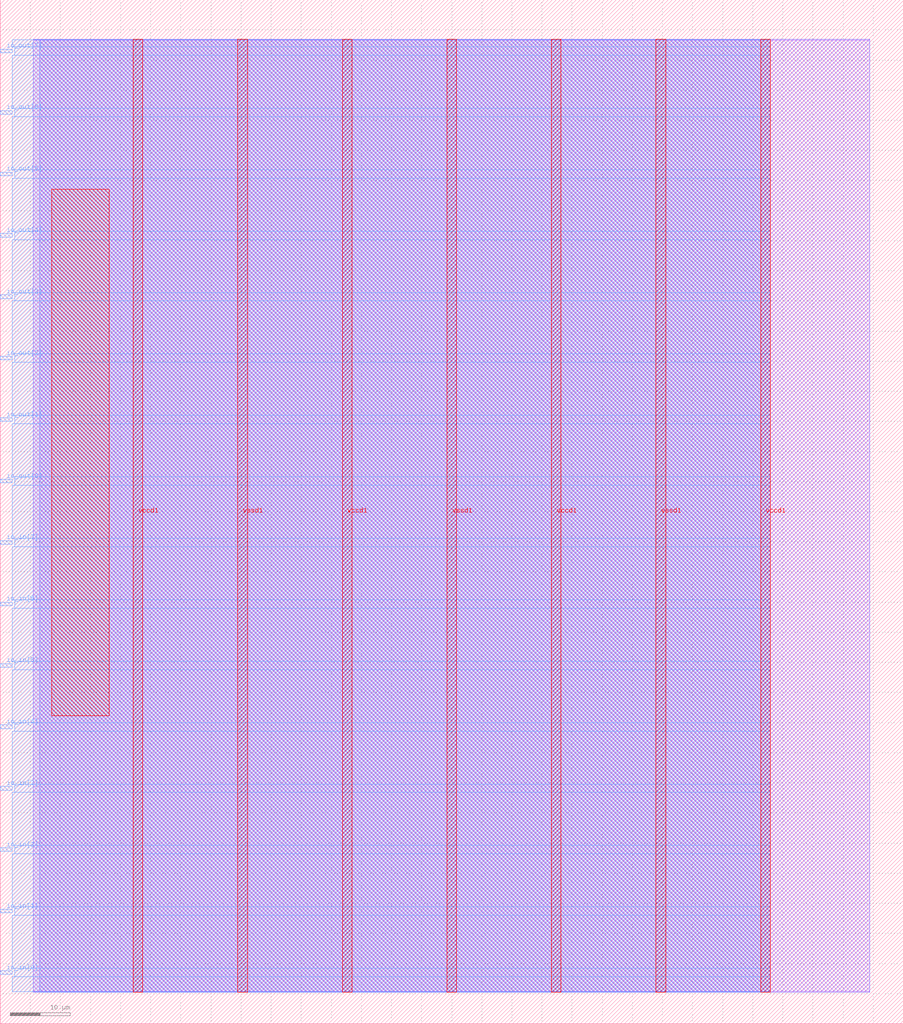
<source format=lef>
VERSION 5.7 ;
  NOWIREEXTENSIONATPIN ON ;
  DIVIDERCHAR "/" ;
  BUSBITCHARS "[]" ;
MACRO user_module_349729432862196307
  CLASS BLOCK ;
  FOREIGN user_module_349729432862196307 ;
  ORIGIN 0.000 0.000 ;
  SIZE 150.000 BY 170.000 ;
  PIN io_in[0]
    DIRECTION INPUT ;
    USE SIGNAL ;
    PORT
      LAYER met3 ;
        RECT 0.000 8.200 2.000 8.800 ;
    END
  END io_in[0]
  PIN io_in[1]
    DIRECTION INPUT ;
    USE SIGNAL ;
    PORT
      LAYER met3 ;
        RECT 0.000 18.400 2.000 19.000 ;
    END
  END io_in[1]
  PIN io_in[2]
    DIRECTION INPUT ;
    USE SIGNAL ;
    PORT
      LAYER met3 ;
        RECT 0.000 28.600 2.000 29.200 ;
    END
  END io_in[2]
  PIN io_in[3]
    DIRECTION INPUT ;
    USE SIGNAL ;
    PORT
      LAYER met3 ;
        RECT 0.000 38.800 2.000 39.400 ;
    END
  END io_in[3]
  PIN io_in[4]
    DIRECTION INPUT ;
    USE SIGNAL ;
    PORT
      LAYER met3 ;
        RECT 0.000 49.000 2.000 49.600 ;
    END
  END io_in[4]
  PIN io_in[5]
    DIRECTION INPUT ;
    USE SIGNAL ;
    PORT
      LAYER met3 ;
        RECT 0.000 59.200 2.000 59.800 ;
    END
  END io_in[5]
  PIN io_in[6]
    DIRECTION INPUT ;
    USE SIGNAL ;
    PORT
      LAYER met3 ;
        RECT 0.000 69.400 2.000 70.000 ;
    END
  END io_in[6]
  PIN io_in[7]
    DIRECTION INPUT ;
    USE SIGNAL ;
    PORT
      LAYER met3 ;
        RECT 0.000 79.600 2.000 80.200 ;
    END
  END io_in[7]
  PIN io_out[0]
    DIRECTION OUTPUT TRISTATE ;
    USE SIGNAL ;
    PORT
      LAYER met3 ;
        RECT 0.000 89.800 2.000 90.400 ;
    END
  END io_out[0]
  PIN io_out[1]
    DIRECTION OUTPUT TRISTATE ;
    USE SIGNAL ;
    PORT
      LAYER met3 ;
        RECT 0.000 100.000 2.000 100.600 ;
    END
  END io_out[1]
  PIN io_out[2]
    DIRECTION OUTPUT TRISTATE ;
    USE SIGNAL ;
    PORT
      LAYER met3 ;
        RECT 0.000 110.200 2.000 110.800 ;
    END
  END io_out[2]
  PIN io_out[3]
    DIRECTION OUTPUT TRISTATE ;
    USE SIGNAL ;
    PORT
      LAYER met3 ;
        RECT 0.000 120.400 2.000 121.000 ;
    END
  END io_out[3]
  PIN io_out[4]
    DIRECTION OUTPUT TRISTATE ;
    USE SIGNAL ;
    PORT
      LAYER met3 ;
        RECT 0.000 130.600 2.000 131.200 ;
    END
  END io_out[4]
  PIN io_out[5]
    DIRECTION OUTPUT TRISTATE ;
    USE SIGNAL ;
    PORT
      LAYER met3 ;
        RECT 0.000 140.800 2.000 141.400 ;
    END
  END io_out[5]
  PIN io_out[6]
    DIRECTION OUTPUT TRISTATE ;
    USE SIGNAL ;
    PORT
      LAYER met3 ;
        RECT 0.000 151.000 2.000 151.600 ;
    END
  END io_out[6]
  PIN io_out[7]
    DIRECTION OUTPUT TRISTATE ;
    USE SIGNAL ;
    PORT
      LAYER met3 ;
        RECT 0.000 161.200 2.000 161.800 ;
    END
  END io_out[7]
  PIN vccd1
    DIRECTION INOUT ;
    USE POWER ;
    PORT
      LAYER met4 ;
        RECT 22.090 5.200 23.690 163.440 ;
    END
    PORT
      LAYER met4 ;
        RECT 56.830 5.200 58.430 163.440 ;
    END
    PORT
      LAYER met4 ;
        RECT 91.570 5.200 93.170 163.440 ;
    END
    PORT
      LAYER met4 ;
        RECT 126.310 5.200 127.910 163.440 ;
    END
  END vccd1
  PIN vssd1
    DIRECTION INOUT ;
    USE GROUND ;
    PORT
      LAYER met4 ;
        RECT 39.460 5.200 41.060 163.440 ;
    END
    PORT
      LAYER met4 ;
        RECT 74.200 5.200 75.800 163.440 ;
    END
    PORT
      LAYER met4 ;
        RECT 108.940 5.200 110.540 163.440 ;
    END
  END vssd1
  OBS
      LAYER li1 ;
        RECT 5.520 5.355 144.440 163.285 ;
      LAYER met1 ;
        RECT 5.520 5.200 144.440 163.440 ;
      LAYER met2 ;
        RECT 6.540 5.255 127.880 163.385 ;
      LAYER met3 ;
        RECT 2.000 162.200 127.900 163.365 ;
        RECT 2.400 160.800 127.900 162.200 ;
        RECT 2.000 152.000 127.900 160.800 ;
        RECT 2.400 150.600 127.900 152.000 ;
        RECT 2.000 141.800 127.900 150.600 ;
        RECT 2.400 140.400 127.900 141.800 ;
        RECT 2.000 131.600 127.900 140.400 ;
        RECT 2.400 130.200 127.900 131.600 ;
        RECT 2.000 121.400 127.900 130.200 ;
        RECT 2.400 120.000 127.900 121.400 ;
        RECT 2.000 111.200 127.900 120.000 ;
        RECT 2.400 109.800 127.900 111.200 ;
        RECT 2.000 101.000 127.900 109.800 ;
        RECT 2.400 99.600 127.900 101.000 ;
        RECT 2.000 90.800 127.900 99.600 ;
        RECT 2.400 89.400 127.900 90.800 ;
        RECT 2.000 80.600 127.900 89.400 ;
        RECT 2.400 79.200 127.900 80.600 ;
        RECT 2.000 70.400 127.900 79.200 ;
        RECT 2.400 69.000 127.900 70.400 ;
        RECT 2.000 60.200 127.900 69.000 ;
        RECT 2.400 58.800 127.900 60.200 ;
        RECT 2.000 50.000 127.900 58.800 ;
        RECT 2.400 48.600 127.900 50.000 ;
        RECT 2.000 39.800 127.900 48.600 ;
        RECT 2.400 38.400 127.900 39.800 ;
        RECT 2.000 29.600 127.900 38.400 ;
        RECT 2.400 28.200 127.900 29.600 ;
        RECT 2.000 19.400 127.900 28.200 ;
        RECT 2.400 18.000 127.900 19.400 ;
        RECT 2.000 9.200 127.900 18.000 ;
        RECT 2.400 7.800 127.900 9.200 ;
        RECT 2.000 5.275 127.900 7.800 ;
      LAYER met4 ;
        RECT 8.575 51.175 18.105 138.545 ;
  END
END user_module_349729432862196307
END LIBRARY


</source>
